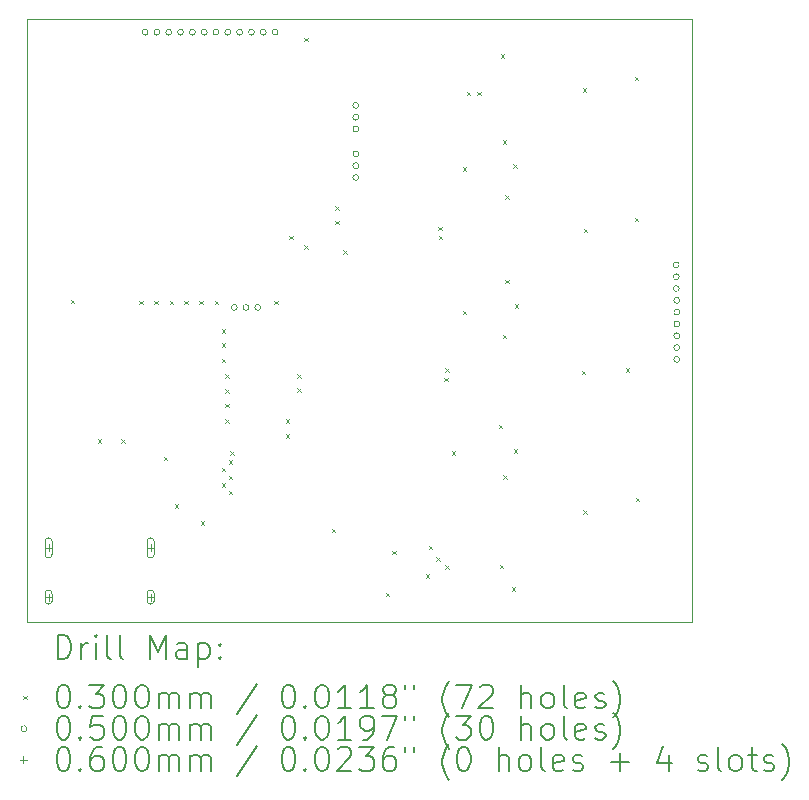
<source format=gbr>
%TF.GenerationSoftware,KiCad,Pcbnew,9.0.6*%
%TF.CreationDate,2025-12-28T18:53:21+01:00*%
%TF.ProjectId,scheme,73636865-6d65-42e6-9b69-6361645f7063,rev?*%
%TF.SameCoordinates,Original*%
%TF.FileFunction,Drillmap*%
%TF.FilePolarity,Positive*%
%FSLAX45Y45*%
G04 Gerber Fmt 4.5, Leading zero omitted, Abs format (unit mm)*
G04 Created by KiCad (PCBNEW 9.0.6) date 2025-12-28 18:53:21*
%MOMM*%
%LPD*%
G01*
G04 APERTURE LIST*
%ADD10C,0.050000*%
%ADD11C,0.200000*%
%ADD12C,0.100000*%
G04 APERTURE END LIST*
D10*
X18128000Y-10536000D02*
X23752000Y-10536000D01*
X23752000Y-15641000D01*
X18128000Y-15641000D01*
X18128000Y-10536000D01*
D11*
D12*
X18495000Y-12915000D02*
X18525000Y-12945000D01*
X18525000Y-12915000D02*
X18495000Y-12945000D01*
X18725000Y-14095000D02*
X18755000Y-14125000D01*
X18755000Y-14095000D02*
X18725000Y-14125000D01*
X18925000Y-14095000D02*
X18955000Y-14125000D01*
X18955000Y-14095000D02*
X18925000Y-14125000D01*
X19075000Y-12925000D02*
X19105000Y-12955000D01*
X19105000Y-12925000D02*
X19075000Y-12955000D01*
X19205000Y-12925000D02*
X19235000Y-12955000D01*
X19235000Y-12925000D02*
X19205000Y-12955000D01*
X19285000Y-14245000D02*
X19315000Y-14275000D01*
X19315000Y-14245000D02*
X19285000Y-14275000D01*
X19335000Y-12925000D02*
X19365000Y-12955000D01*
X19365000Y-12925000D02*
X19335000Y-12955000D01*
X19375000Y-14645000D02*
X19405000Y-14675000D01*
X19405000Y-14645000D02*
X19375000Y-14675000D01*
X19455000Y-12925000D02*
X19485000Y-12955000D01*
X19485000Y-12925000D02*
X19455000Y-12955000D01*
X19585000Y-12925000D02*
X19615000Y-12955000D01*
X19615000Y-12925000D02*
X19585000Y-12955000D01*
X19595000Y-14792500D02*
X19625000Y-14822500D01*
X19625000Y-14792500D02*
X19595000Y-14822500D01*
X19715000Y-12925000D02*
X19745000Y-12955000D01*
X19745000Y-12925000D02*
X19715000Y-12955000D01*
X19775000Y-13165000D02*
X19805000Y-13195000D01*
X19805000Y-13165000D02*
X19775000Y-13195000D01*
X19775000Y-13285000D02*
X19805000Y-13315000D01*
X19805000Y-13285000D02*
X19775000Y-13315000D01*
X19775000Y-13415000D02*
X19805000Y-13445000D01*
X19805000Y-13415000D02*
X19775000Y-13445000D01*
X19775000Y-14337500D02*
X19805000Y-14367500D01*
X19805000Y-14337500D02*
X19775000Y-14367500D01*
X19775000Y-14467500D02*
X19805000Y-14497500D01*
X19805000Y-14467500D02*
X19775000Y-14497500D01*
X19805000Y-13545000D02*
X19835000Y-13575000D01*
X19835000Y-13545000D02*
X19805000Y-13575000D01*
X19805000Y-13675000D02*
X19835000Y-13705000D01*
X19835000Y-13675000D02*
X19805000Y-13705000D01*
X19805000Y-13795000D02*
X19835000Y-13825000D01*
X19835000Y-13795000D02*
X19805000Y-13825000D01*
X19805000Y-13925000D02*
X19835000Y-13955000D01*
X19835000Y-13925000D02*
X19805000Y-13955000D01*
X19835000Y-14275000D02*
X19865000Y-14305000D01*
X19865000Y-14275000D02*
X19835000Y-14305000D01*
X19835000Y-14405000D02*
X19865000Y-14435000D01*
X19865000Y-14405000D02*
X19835000Y-14435000D01*
X19835301Y-14533577D02*
X19865301Y-14563577D01*
X19865301Y-14533577D02*
X19835301Y-14563577D01*
X19847165Y-14195930D02*
X19877165Y-14225930D01*
X19877165Y-14195930D02*
X19847165Y-14225930D01*
X20221000Y-12925000D02*
X20251000Y-12955000D01*
X20251000Y-12925000D02*
X20221000Y-12955000D01*
X20315000Y-13925000D02*
X20345000Y-13955000D01*
X20345000Y-13925000D02*
X20315000Y-13955000D01*
X20317000Y-14055000D02*
X20347000Y-14085000D01*
X20347000Y-14055000D02*
X20317000Y-14085000D01*
X20345000Y-12375000D02*
X20375000Y-12405000D01*
X20375000Y-12375000D02*
X20345000Y-12405000D01*
X20415000Y-13545000D02*
X20445000Y-13575000D01*
X20445000Y-13545000D02*
X20415000Y-13575000D01*
X20415000Y-13665000D02*
X20445000Y-13695000D01*
X20445000Y-13665000D02*
X20415000Y-13695000D01*
X20475000Y-12455000D02*
X20505000Y-12485000D01*
X20505000Y-12455000D02*
X20475000Y-12485000D01*
X20475000Y-10695000D02*
X20505000Y-10725000D01*
X20505000Y-10695000D02*
X20475000Y-10725000D01*
X20705000Y-14855000D02*
X20735000Y-14885000D01*
X20735000Y-14855000D02*
X20705000Y-14885000D01*
X20735000Y-12125000D02*
X20765000Y-12155000D01*
X20765000Y-12125000D02*
X20735000Y-12155000D01*
X20735000Y-12244500D02*
X20765000Y-12274500D01*
X20765000Y-12244500D02*
X20735000Y-12274500D01*
X20805000Y-12495000D02*
X20835000Y-12525000D01*
X20835000Y-12495000D02*
X20805000Y-12525000D01*
X21165000Y-15395000D02*
X21195000Y-15425000D01*
X21195000Y-15395000D02*
X21165000Y-15425000D01*
X21217500Y-15040000D02*
X21247500Y-15070000D01*
X21247500Y-15040000D02*
X21217500Y-15070000D01*
X21502000Y-15238500D02*
X21532000Y-15268500D01*
X21532000Y-15238500D02*
X21502000Y-15268500D01*
X21529000Y-14998000D02*
X21559000Y-15028000D01*
X21559000Y-14998000D02*
X21529000Y-15028000D01*
X21592500Y-15097000D02*
X21622500Y-15127000D01*
X21622500Y-15097000D02*
X21592500Y-15127000D01*
X21608000Y-12295000D02*
X21638000Y-12325000D01*
X21638000Y-12295000D02*
X21608000Y-12325000D01*
X21610757Y-12374953D02*
X21640757Y-12404953D01*
X21640757Y-12374953D02*
X21610757Y-12404953D01*
X21657500Y-13575000D02*
X21687500Y-13605000D01*
X21687500Y-13575000D02*
X21657500Y-13605000D01*
X21665000Y-13495000D02*
X21695000Y-13525000D01*
X21695000Y-13495000D02*
X21665000Y-13525000D01*
X21665000Y-15162500D02*
X21695000Y-15192500D01*
X21695000Y-15162500D02*
X21665000Y-15192500D01*
X21722049Y-14199098D02*
X21752049Y-14229098D01*
X21752049Y-14199098D02*
X21722049Y-14229098D01*
X21815000Y-11795000D02*
X21845000Y-11825000D01*
X21845000Y-11795000D02*
X21815000Y-11825000D01*
X21815000Y-13007500D02*
X21845000Y-13037500D01*
X21845000Y-13007500D02*
X21815000Y-13037500D01*
X21850000Y-11152500D02*
X21880000Y-11182500D01*
X21880000Y-11152500D02*
X21850000Y-11182500D01*
X21940000Y-11152500D02*
X21970000Y-11182500D01*
X21970000Y-11152500D02*
X21940000Y-11182500D01*
X22120000Y-13975000D02*
X22150000Y-14005000D01*
X22150000Y-13975000D02*
X22120000Y-14005000D01*
X22130000Y-15160000D02*
X22160000Y-15190000D01*
X22160000Y-15160000D02*
X22130000Y-15190000D01*
X22135000Y-10837500D02*
X22165000Y-10867500D01*
X22165000Y-10837500D02*
X22135000Y-10867500D01*
X22155000Y-11562500D02*
X22185000Y-11592500D01*
X22185000Y-11562500D02*
X22155000Y-11592500D01*
X22155000Y-13210000D02*
X22185000Y-13240000D01*
X22185000Y-13210000D02*
X22155000Y-13240000D01*
X22160000Y-14400000D02*
X22190000Y-14430000D01*
X22190000Y-14400000D02*
X22160000Y-14430000D01*
X22175000Y-12030000D02*
X22205000Y-12060000D01*
X22205000Y-12030000D02*
X22175000Y-12060000D01*
X22175000Y-12745000D02*
X22205000Y-12775000D01*
X22205000Y-12745000D02*
X22175000Y-12775000D01*
X22230000Y-15350000D02*
X22260000Y-15380000D01*
X22260000Y-15350000D02*
X22230000Y-15380000D01*
X22240444Y-11767944D02*
X22270444Y-11797944D01*
X22270444Y-11767944D02*
X22240444Y-11797944D01*
X22245000Y-14180000D02*
X22275000Y-14210000D01*
X22275000Y-14180000D02*
X22245000Y-14210000D01*
X22255000Y-12955000D02*
X22285000Y-12985000D01*
X22285000Y-12955000D02*
X22255000Y-12985000D01*
X22822500Y-13517500D02*
X22852500Y-13547500D01*
X22852500Y-13517500D02*
X22822500Y-13547500D01*
X22830000Y-11122500D02*
X22860000Y-11152500D01*
X22860000Y-11122500D02*
X22830000Y-11152500D01*
X22835000Y-14695000D02*
X22865000Y-14725000D01*
X22865000Y-14695000D02*
X22835000Y-14725000D01*
X22840000Y-12315000D02*
X22870000Y-12345000D01*
X22870000Y-12315000D02*
X22840000Y-12345000D01*
X23195000Y-13495000D02*
X23225000Y-13525000D01*
X23225000Y-13495000D02*
X23195000Y-13525000D01*
X23270000Y-11027500D02*
X23300000Y-11057500D01*
X23300000Y-11027500D02*
X23270000Y-11057500D01*
X23270000Y-12220000D02*
X23300000Y-12250000D01*
X23300000Y-12220000D02*
X23270000Y-12250000D01*
X23280000Y-14590000D02*
X23310000Y-14620000D01*
X23310000Y-14590000D02*
X23280000Y-14620000D01*
X19151000Y-10650000D02*
G75*
G02*
X19101000Y-10650000I-25000J0D01*
G01*
X19101000Y-10650000D02*
G75*
G02*
X19151000Y-10650000I25000J0D01*
G01*
X19251000Y-10650000D02*
G75*
G02*
X19201000Y-10650000I-25000J0D01*
G01*
X19201000Y-10650000D02*
G75*
G02*
X19251000Y-10650000I25000J0D01*
G01*
X19351000Y-10650000D02*
G75*
G02*
X19301000Y-10650000I-25000J0D01*
G01*
X19301000Y-10650000D02*
G75*
G02*
X19351000Y-10650000I25000J0D01*
G01*
X19451000Y-10650000D02*
G75*
G02*
X19401000Y-10650000I-25000J0D01*
G01*
X19401000Y-10650000D02*
G75*
G02*
X19451000Y-10650000I25000J0D01*
G01*
X19551000Y-10650000D02*
G75*
G02*
X19501000Y-10650000I-25000J0D01*
G01*
X19501000Y-10650000D02*
G75*
G02*
X19551000Y-10650000I25000J0D01*
G01*
X19651000Y-10650000D02*
G75*
G02*
X19601000Y-10650000I-25000J0D01*
G01*
X19601000Y-10650000D02*
G75*
G02*
X19651000Y-10650000I25000J0D01*
G01*
X19751000Y-10650000D02*
G75*
G02*
X19701000Y-10650000I-25000J0D01*
G01*
X19701000Y-10650000D02*
G75*
G02*
X19751000Y-10650000I25000J0D01*
G01*
X19851000Y-10650000D02*
G75*
G02*
X19801000Y-10650000I-25000J0D01*
G01*
X19801000Y-10650000D02*
G75*
G02*
X19851000Y-10650000I25000J0D01*
G01*
X19905000Y-12980000D02*
G75*
G02*
X19855000Y-12980000I-25000J0D01*
G01*
X19855000Y-12980000D02*
G75*
G02*
X19905000Y-12980000I25000J0D01*
G01*
X19951000Y-10650000D02*
G75*
G02*
X19901000Y-10650000I-25000J0D01*
G01*
X19901000Y-10650000D02*
G75*
G02*
X19951000Y-10650000I25000J0D01*
G01*
X20005000Y-12980000D02*
G75*
G02*
X19955000Y-12980000I-25000J0D01*
G01*
X19955000Y-12980000D02*
G75*
G02*
X20005000Y-12980000I25000J0D01*
G01*
X20051000Y-10650000D02*
G75*
G02*
X20001000Y-10650000I-25000J0D01*
G01*
X20001000Y-10650000D02*
G75*
G02*
X20051000Y-10650000I25000J0D01*
G01*
X20105000Y-12980000D02*
G75*
G02*
X20055000Y-12980000I-25000J0D01*
G01*
X20055000Y-12980000D02*
G75*
G02*
X20105000Y-12980000I25000J0D01*
G01*
X20151000Y-10650000D02*
G75*
G02*
X20101000Y-10650000I-25000J0D01*
G01*
X20101000Y-10650000D02*
G75*
G02*
X20151000Y-10650000I25000J0D01*
G01*
X20251000Y-10650000D02*
G75*
G02*
X20201000Y-10650000I-25000J0D01*
G01*
X20201000Y-10650000D02*
G75*
G02*
X20251000Y-10650000I25000J0D01*
G01*
X20935000Y-11270000D02*
G75*
G02*
X20885000Y-11270000I-25000J0D01*
G01*
X20885000Y-11270000D02*
G75*
G02*
X20935000Y-11270000I25000J0D01*
G01*
X20935000Y-11370000D02*
G75*
G02*
X20885000Y-11370000I-25000J0D01*
G01*
X20885000Y-11370000D02*
G75*
G02*
X20935000Y-11370000I25000J0D01*
G01*
X20935000Y-11470000D02*
G75*
G02*
X20885000Y-11470000I-25000J0D01*
G01*
X20885000Y-11470000D02*
G75*
G02*
X20935000Y-11470000I25000J0D01*
G01*
X20935000Y-11680000D02*
G75*
G02*
X20885000Y-11680000I-25000J0D01*
G01*
X20885000Y-11680000D02*
G75*
G02*
X20935000Y-11680000I25000J0D01*
G01*
X20935000Y-11780000D02*
G75*
G02*
X20885000Y-11780000I-25000J0D01*
G01*
X20885000Y-11780000D02*
G75*
G02*
X20935000Y-11780000I25000J0D01*
G01*
X20935000Y-11880000D02*
G75*
G02*
X20885000Y-11880000I-25000J0D01*
G01*
X20885000Y-11880000D02*
G75*
G02*
X20935000Y-11880000I25000J0D01*
G01*
X23647500Y-12620000D02*
G75*
G02*
X23597500Y-12620000I-25000J0D01*
G01*
X23597500Y-12620000D02*
G75*
G02*
X23647500Y-12620000I25000J0D01*
G01*
X23647500Y-12720000D02*
G75*
G02*
X23597500Y-12720000I-25000J0D01*
G01*
X23597500Y-12720000D02*
G75*
G02*
X23647500Y-12720000I25000J0D01*
G01*
X23647500Y-12820000D02*
G75*
G02*
X23597500Y-12820000I-25000J0D01*
G01*
X23597500Y-12820000D02*
G75*
G02*
X23647500Y-12820000I25000J0D01*
G01*
X23652500Y-12920000D02*
G75*
G02*
X23602500Y-12920000I-25000J0D01*
G01*
X23602500Y-12920000D02*
G75*
G02*
X23652500Y-12920000I25000J0D01*
G01*
X23652500Y-13020000D02*
G75*
G02*
X23602500Y-13020000I-25000J0D01*
G01*
X23602500Y-13020000D02*
G75*
G02*
X23652500Y-13020000I25000J0D01*
G01*
X23652500Y-13120000D02*
G75*
G02*
X23602500Y-13120000I-25000J0D01*
G01*
X23602500Y-13120000D02*
G75*
G02*
X23652500Y-13120000I25000J0D01*
G01*
X23652500Y-13220000D02*
G75*
G02*
X23602500Y-13220000I-25000J0D01*
G01*
X23602500Y-13220000D02*
G75*
G02*
X23652500Y-13220000I25000J0D01*
G01*
X23652500Y-13320000D02*
G75*
G02*
X23602500Y-13320000I-25000J0D01*
G01*
X23602500Y-13320000D02*
G75*
G02*
X23652500Y-13320000I25000J0D01*
G01*
X23652500Y-13420000D02*
G75*
G02*
X23602500Y-13420000I-25000J0D01*
G01*
X23602500Y-13420000D02*
G75*
G02*
X23652500Y-13420000I25000J0D01*
G01*
X18308000Y-14985500D02*
X18308000Y-15045500D01*
X18278000Y-15015500D02*
X18338000Y-15015500D01*
X18278000Y-14960500D02*
X18278000Y-15070500D01*
X18338000Y-15070500D02*
G75*
G02*
X18278000Y-15070500I-30000J0D01*
G01*
X18338000Y-15070500D02*
X18338000Y-14960500D01*
X18338000Y-14960500D02*
G75*
G03*
X18278000Y-14960500I-30000J0D01*
G01*
X18308000Y-15403500D02*
X18308000Y-15463500D01*
X18278000Y-15433500D02*
X18338000Y-15433500D01*
X18278000Y-15403500D02*
X18278000Y-15463500D01*
X18338000Y-15463500D02*
G75*
G02*
X18278000Y-15463500I-30000J0D01*
G01*
X18338000Y-15463500D02*
X18338000Y-15403500D01*
X18338000Y-15403500D02*
G75*
G03*
X18278000Y-15403500I-30000J0D01*
G01*
X19172000Y-14985500D02*
X19172000Y-15045500D01*
X19142000Y-15015500D02*
X19202000Y-15015500D01*
X19142000Y-14960500D02*
X19142000Y-15070500D01*
X19202000Y-15070500D02*
G75*
G02*
X19142000Y-15070500I-30000J0D01*
G01*
X19202000Y-15070500D02*
X19202000Y-14960500D01*
X19202000Y-14960500D02*
G75*
G03*
X19142000Y-14960500I-30000J0D01*
G01*
X19172000Y-15403500D02*
X19172000Y-15463500D01*
X19142000Y-15433500D02*
X19202000Y-15433500D01*
X19142000Y-15403500D02*
X19142000Y-15463500D01*
X19202000Y-15463500D02*
G75*
G02*
X19142000Y-15463500I-30000J0D01*
G01*
X19202000Y-15463500D02*
X19202000Y-15403500D01*
X19202000Y-15403500D02*
G75*
G03*
X19142000Y-15403500I-30000J0D01*
G01*
D11*
X18386277Y-15954984D02*
X18386277Y-15754984D01*
X18386277Y-15754984D02*
X18433896Y-15754984D01*
X18433896Y-15754984D02*
X18462467Y-15764508D01*
X18462467Y-15764508D02*
X18481515Y-15783555D01*
X18481515Y-15783555D02*
X18491039Y-15802603D01*
X18491039Y-15802603D02*
X18500563Y-15840698D01*
X18500563Y-15840698D02*
X18500563Y-15869269D01*
X18500563Y-15869269D02*
X18491039Y-15907365D01*
X18491039Y-15907365D02*
X18481515Y-15926412D01*
X18481515Y-15926412D02*
X18462467Y-15945460D01*
X18462467Y-15945460D02*
X18433896Y-15954984D01*
X18433896Y-15954984D02*
X18386277Y-15954984D01*
X18586277Y-15954984D02*
X18586277Y-15821650D01*
X18586277Y-15859746D02*
X18595801Y-15840698D01*
X18595801Y-15840698D02*
X18605324Y-15831174D01*
X18605324Y-15831174D02*
X18624372Y-15821650D01*
X18624372Y-15821650D02*
X18643420Y-15821650D01*
X18710086Y-15954984D02*
X18710086Y-15821650D01*
X18710086Y-15754984D02*
X18700563Y-15764508D01*
X18700563Y-15764508D02*
X18710086Y-15774031D01*
X18710086Y-15774031D02*
X18719610Y-15764508D01*
X18719610Y-15764508D02*
X18710086Y-15754984D01*
X18710086Y-15754984D02*
X18710086Y-15774031D01*
X18833896Y-15954984D02*
X18814848Y-15945460D01*
X18814848Y-15945460D02*
X18805324Y-15926412D01*
X18805324Y-15926412D02*
X18805324Y-15754984D01*
X18938658Y-15954984D02*
X18919610Y-15945460D01*
X18919610Y-15945460D02*
X18910086Y-15926412D01*
X18910086Y-15926412D02*
X18910086Y-15754984D01*
X19167229Y-15954984D02*
X19167229Y-15754984D01*
X19167229Y-15754984D02*
X19233896Y-15897841D01*
X19233896Y-15897841D02*
X19300563Y-15754984D01*
X19300563Y-15754984D02*
X19300563Y-15954984D01*
X19481515Y-15954984D02*
X19481515Y-15850222D01*
X19481515Y-15850222D02*
X19471991Y-15831174D01*
X19471991Y-15831174D02*
X19452944Y-15821650D01*
X19452944Y-15821650D02*
X19414848Y-15821650D01*
X19414848Y-15821650D02*
X19395801Y-15831174D01*
X19481515Y-15945460D02*
X19462467Y-15954984D01*
X19462467Y-15954984D02*
X19414848Y-15954984D01*
X19414848Y-15954984D02*
X19395801Y-15945460D01*
X19395801Y-15945460D02*
X19386277Y-15926412D01*
X19386277Y-15926412D02*
X19386277Y-15907365D01*
X19386277Y-15907365D02*
X19395801Y-15888317D01*
X19395801Y-15888317D02*
X19414848Y-15878793D01*
X19414848Y-15878793D02*
X19462467Y-15878793D01*
X19462467Y-15878793D02*
X19481515Y-15869269D01*
X19576753Y-15821650D02*
X19576753Y-16021650D01*
X19576753Y-15831174D02*
X19595801Y-15821650D01*
X19595801Y-15821650D02*
X19633896Y-15821650D01*
X19633896Y-15821650D02*
X19652944Y-15831174D01*
X19652944Y-15831174D02*
X19662467Y-15840698D01*
X19662467Y-15840698D02*
X19671991Y-15859746D01*
X19671991Y-15859746D02*
X19671991Y-15916888D01*
X19671991Y-15916888D02*
X19662467Y-15935936D01*
X19662467Y-15935936D02*
X19652944Y-15945460D01*
X19652944Y-15945460D02*
X19633896Y-15954984D01*
X19633896Y-15954984D02*
X19595801Y-15954984D01*
X19595801Y-15954984D02*
X19576753Y-15945460D01*
X19757705Y-15935936D02*
X19767229Y-15945460D01*
X19767229Y-15945460D02*
X19757705Y-15954984D01*
X19757705Y-15954984D02*
X19748182Y-15945460D01*
X19748182Y-15945460D02*
X19757705Y-15935936D01*
X19757705Y-15935936D02*
X19757705Y-15954984D01*
X19757705Y-15831174D02*
X19767229Y-15840698D01*
X19767229Y-15840698D02*
X19757705Y-15850222D01*
X19757705Y-15850222D02*
X19748182Y-15840698D01*
X19748182Y-15840698D02*
X19757705Y-15831174D01*
X19757705Y-15831174D02*
X19757705Y-15850222D01*
D12*
X18095500Y-16268500D02*
X18125500Y-16298500D01*
X18125500Y-16268500D02*
X18095500Y-16298500D01*
D11*
X18424372Y-16174984D02*
X18443420Y-16174984D01*
X18443420Y-16174984D02*
X18462467Y-16184508D01*
X18462467Y-16184508D02*
X18471991Y-16194031D01*
X18471991Y-16194031D02*
X18481515Y-16213079D01*
X18481515Y-16213079D02*
X18491039Y-16251174D01*
X18491039Y-16251174D02*
X18491039Y-16298793D01*
X18491039Y-16298793D02*
X18481515Y-16336888D01*
X18481515Y-16336888D02*
X18471991Y-16355936D01*
X18471991Y-16355936D02*
X18462467Y-16365460D01*
X18462467Y-16365460D02*
X18443420Y-16374984D01*
X18443420Y-16374984D02*
X18424372Y-16374984D01*
X18424372Y-16374984D02*
X18405324Y-16365460D01*
X18405324Y-16365460D02*
X18395801Y-16355936D01*
X18395801Y-16355936D02*
X18386277Y-16336888D01*
X18386277Y-16336888D02*
X18376753Y-16298793D01*
X18376753Y-16298793D02*
X18376753Y-16251174D01*
X18376753Y-16251174D02*
X18386277Y-16213079D01*
X18386277Y-16213079D02*
X18395801Y-16194031D01*
X18395801Y-16194031D02*
X18405324Y-16184508D01*
X18405324Y-16184508D02*
X18424372Y-16174984D01*
X18576753Y-16355936D02*
X18586277Y-16365460D01*
X18586277Y-16365460D02*
X18576753Y-16374984D01*
X18576753Y-16374984D02*
X18567229Y-16365460D01*
X18567229Y-16365460D02*
X18576753Y-16355936D01*
X18576753Y-16355936D02*
X18576753Y-16374984D01*
X18652944Y-16174984D02*
X18776753Y-16174984D01*
X18776753Y-16174984D02*
X18710086Y-16251174D01*
X18710086Y-16251174D02*
X18738658Y-16251174D01*
X18738658Y-16251174D02*
X18757705Y-16260698D01*
X18757705Y-16260698D02*
X18767229Y-16270222D01*
X18767229Y-16270222D02*
X18776753Y-16289269D01*
X18776753Y-16289269D02*
X18776753Y-16336888D01*
X18776753Y-16336888D02*
X18767229Y-16355936D01*
X18767229Y-16355936D02*
X18757705Y-16365460D01*
X18757705Y-16365460D02*
X18738658Y-16374984D01*
X18738658Y-16374984D02*
X18681515Y-16374984D01*
X18681515Y-16374984D02*
X18662467Y-16365460D01*
X18662467Y-16365460D02*
X18652944Y-16355936D01*
X18900563Y-16174984D02*
X18919610Y-16174984D01*
X18919610Y-16174984D02*
X18938658Y-16184508D01*
X18938658Y-16184508D02*
X18948182Y-16194031D01*
X18948182Y-16194031D02*
X18957705Y-16213079D01*
X18957705Y-16213079D02*
X18967229Y-16251174D01*
X18967229Y-16251174D02*
X18967229Y-16298793D01*
X18967229Y-16298793D02*
X18957705Y-16336888D01*
X18957705Y-16336888D02*
X18948182Y-16355936D01*
X18948182Y-16355936D02*
X18938658Y-16365460D01*
X18938658Y-16365460D02*
X18919610Y-16374984D01*
X18919610Y-16374984D02*
X18900563Y-16374984D01*
X18900563Y-16374984D02*
X18881515Y-16365460D01*
X18881515Y-16365460D02*
X18871991Y-16355936D01*
X18871991Y-16355936D02*
X18862467Y-16336888D01*
X18862467Y-16336888D02*
X18852944Y-16298793D01*
X18852944Y-16298793D02*
X18852944Y-16251174D01*
X18852944Y-16251174D02*
X18862467Y-16213079D01*
X18862467Y-16213079D02*
X18871991Y-16194031D01*
X18871991Y-16194031D02*
X18881515Y-16184508D01*
X18881515Y-16184508D02*
X18900563Y-16174984D01*
X19091039Y-16174984D02*
X19110086Y-16174984D01*
X19110086Y-16174984D02*
X19129134Y-16184508D01*
X19129134Y-16184508D02*
X19138658Y-16194031D01*
X19138658Y-16194031D02*
X19148182Y-16213079D01*
X19148182Y-16213079D02*
X19157705Y-16251174D01*
X19157705Y-16251174D02*
X19157705Y-16298793D01*
X19157705Y-16298793D02*
X19148182Y-16336888D01*
X19148182Y-16336888D02*
X19138658Y-16355936D01*
X19138658Y-16355936D02*
X19129134Y-16365460D01*
X19129134Y-16365460D02*
X19110086Y-16374984D01*
X19110086Y-16374984D02*
X19091039Y-16374984D01*
X19091039Y-16374984D02*
X19071991Y-16365460D01*
X19071991Y-16365460D02*
X19062467Y-16355936D01*
X19062467Y-16355936D02*
X19052944Y-16336888D01*
X19052944Y-16336888D02*
X19043420Y-16298793D01*
X19043420Y-16298793D02*
X19043420Y-16251174D01*
X19043420Y-16251174D02*
X19052944Y-16213079D01*
X19052944Y-16213079D02*
X19062467Y-16194031D01*
X19062467Y-16194031D02*
X19071991Y-16184508D01*
X19071991Y-16184508D02*
X19091039Y-16174984D01*
X19243420Y-16374984D02*
X19243420Y-16241650D01*
X19243420Y-16260698D02*
X19252944Y-16251174D01*
X19252944Y-16251174D02*
X19271991Y-16241650D01*
X19271991Y-16241650D02*
X19300563Y-16241650D01*
X19300563Y-16241650D02*
X19319610Y-16251174D01*
X19319610Y-16251174D02*
X19329134Y-16270222D01*
X19329134Y-16270222D02*
X19329134Y-16374984D01*
X19329134Y-16270222D02*
X19338658Y-16251174D01*
X19338658Y-16251174D02*
X19357705Y-16241650D01*
X19357705Y-16241650D02*
X19386277Y-16241650D01*
X19386277Y-16241650D02*
X19405325Y-16251174D01*
X19405325Y-16251174D02*
X19414848Y-16270222D01*
X19414848Y-16270222D02*
X19414848Y-16374984D01*
X19510086Y-16374984D02*
X19510086Y-16241650D01*
X19510086Y-16260698D02*
X19519610Y-16251174D01*
X19519610Y-16251174D02*
X19538658Y-16241650D01*
X19538658Y-16241650D02*
X19567229Y-16241650D01*
X19567229Y-16241650D02*
X19586277Y-16251174D01*
X19586277Y-16251174D02*
X19595801Y-16270222D01*
X19595801Y-16270222D02*
X19595801Y-16374984D01*
X19595801Y-16270222D02*
X19605325Y-16251174D01*
X19605325Y-16251174D02*
X19624372Y-16241650D01*
X19624372Y-16241650D02*
X19652944Y-16241650D01*
X19652944Y-16241650D02*
X19671991Y-16251174D01*
X19671991Y-16251174D02*
X19681515Y-16270222D01*
X19681515Y-16270222D02*
X19681515Y-16374984D01*
X20071991Y-16165460D02*
X19900563Y-16422603D01*
X20329134Y-16174984D02*
X20348182Y-16174984D01*
X20348182Y-16174984D02*
X20367229Y-16184508D01*
X20367229Y-16184508D02*
X20376753Y-16194031D01*
X20376753Y-16194031D02*
X20386277Y-16213079D01*
X20386277Y-16213079D02*
X20395801Y-16251174D01*
X20395801Y-16251174D02*
X20395801Y-16298793D01*
X20395801Y-16298793D02*
X20386277Y-16336888D01*
X20386277Y-16336888D02*
X20376753Y-16355936D01*
X20376753Y-16355936D02*
X20367229Y-16365460D01*
X20367229Y-16365460D02*
X20348182Y-16374984D01*
X20348182Y-16374984D02*
X20329134Y-16374984D01*
X20329134Y-16374984D02*
X20310087Y-16365460D01*
X20310087Y-16365460D02*
X20300563Y-16355936D01*
X20300563Y-16355936D02*
X20291039Y-16336888D01*
X20291039Y-16336888D02*
X20281515Y-16298793D01*
X20281515Y-16298793D02*
X20281515Y-16251174D01*
X20281515Y-16251174D02*
X20291039Y-16213079D01*
X20291039Y-16213079D02*
X20300563Y-16194031D01*
X20300563Y-16194031D02*
X20310087Y-16184508D01*
X20310087Y-16184508D02*
X20329134Y-16174984D01*
X20481515Y-16355936D02*
X20491039Y-16365460D01*
X20491039Y-16365460D02*
X20481515Y-16374984D01*
X20481515Y-16374984D02*
X20471991Y-16365460D01*
X20471991Y-16365460D02*
X20481515Y-16355936D01*
X20481515Y-16355936D02*
X20481515Y-16374984D01*
X20614848Y-16174984D02*
X20633896Y-16174984D01*
X20633896Y-16174984D02*
X20652944Y-16184508D01*
X20652944Y-16184508D02*
X20662468Y-16194031D01*
X20662468Y-16194031D02*
X20671991Y-16213079D01*
X20671991Y-16213079D02*
X20681515Y-16251174D01*
X20681515Y-16251174D02*
X20681515Y-16298793D01*
X20681515Y-16298793D02*
X20671991Y-16336888D01*
X20671991Y-16336888D02*
X20662468Y-16355936D01*
X20662468Y-16355936D02*
X20652944Y-16365460D01*
X20652944Y-16365460D02*
X20633896Y-16374984D01*
X20633896Y-16374984D02*
X20614848Y-16374984D01*
X20614848Y-16374984D02*
X20595801Y-16365460D01*
X20595801Y-16365460D02*
X20586277Y-16355936D01*
X20586277Y-16355936D02*
X20576753Y-16336888D01*
X20576753Y-16336888D02*
X20567229Y-16298793D01*
X20567229Y-16298793D02*
X20567229Y-16251174D01*
X20567229Y-16251174D02*
X20576753Y-16213079D01*
X20576753Y-16213079D02*
X20586277Y-16194031D01*
X20586277Y-16194031D02*
X20595801Y-16184508D01*
X20595801Y-16184508D02*
X20614848Y-16174984D01*
X20871991Y-16374984D02*
X20757706Y-16374984D01*
X20814848Y-16374984D02*
X20814848Y-16174984D01*
X20814848Y-16174984D02*
X20795801Y-16203555D01*
X20795801Y-16203555D02*
X20776753Y-16222603D01*
X20776753Y-16222603D02*
X20757706Y-16232127D01*
X21062468Y-16374984D02*
X20948182Y-16374984D01*
X21005325Y-16374984D02*
X21005325Y-16174984D01*
X21005325Y-16174984D02*
X20986277Y-16203555D01*
X20986277Y-16203555D02*
X20967229Y-16222603D01*
X20967229Y-16222603D02*
X20948182Y-16232127D01*
X21176753Y-16260698D02*
X21157706Y-16251174D01*
X21157706Y-16251174D02*
X21148182Y-16241650D01*
X21148182Y-16241650D02*
X21138658Y-16222603D01*
X21138658Y-16222603D02*
X21138658Y-16213079D01*
X21138658Y-16213079D02*
X21148182Y-16194031D01*
X21148182Y-16194031D02*
X21157706Y-16184508D01*
X21157706Y-16184508D02*
X21176753Y-16174984D01*
X21176753Y-16174984D02*
X21214849Y-16174984D01*
X21214849Y-16174984D02*
X21233896Y-16184508D01*
X21233896Y-16184508D02*
X21243420Y-16194031D01*
X21243420Y-16194031D02*
X21252944Y-16213079D01*
X21252944Y-16213079D02*
X21252944Y-16222603D01*
X21252944Y-16222603D02*
X21243420Y-16241650D01*
X21243420Y-16241650D02*
X21233896Y-16251174D01*
X21233896Y-16251174D02*
X21214849Y-16260698D01*
X21214849Y-16260698D02*
X21176753Y-16260698D01*
X21176753Y-16260698D02*
X21157706Y-16270222D01*
X21157706Y-16270222D02*
X21148182Y-16279746D01*
X21148182Y-16279746D02*
X21138658Y-16298793D01*
X21138658Y-16298793D02*
X21138658Y-16336888D01*
X21138658Y-16336888D02*
X21148182Y-16355936D01*
X21148182Y-16355936D02*
X21157706Y-16365460D01*
X21157706Y-16365460D02*
X21176753Y-16374984D01*
X21176753Y-16374984D02*
X21214849Y-16374984D01*
X21214849Y-16374984D02*
X21233896Y-16365460D01*
X21233896Y-16365460D02*
X21243420Y-16355936D01*
X21243420Y-16355936D02*
X21252944Y-16336888D01*
X21252944Y-16336888D02*
X21252944Y-16298793D01*
X21252944Y-16298793D02*
X21243420Y-16279746D01*
X21243420Y-16279746D02*
X21233896Y-16270222D01*
X21233896Y-16270222D02*
X21214849Y-16260698D01*
X21329134Y-16174984D02*
X21329134Y-16213079D01*
X21405325Y-16174984D02*
X21405325Y-16213079D01*
X21700563Y-16451174D02*
X21691039Y-16441650D01*
X21691039Y-16441650D02*
X21671991Y-16413079D01*
X21671991Y-16413079D02*
X21662468Y-16394031D01*
X21662468Y-16394031D02*
X21652944Y-16365460D01*
X21652944Y-16365460D02*
X21643420Y-16317841D01*
X21643420Y-16317841D02*
X21643420Y-16279746D01*
X21643420Y-16279746D02*
X21652944Y-16232127D01*
X21652944Y-16232127D02*
X21662468Y-16203555D01*
X21662468Y-16203555D02*
X21671991Y-16184508D01*
X21671991Y-16184508D02*
X21691039Y-16155936D01*
X21691039Y-16155936D02*
X21700563Y-16146412D01*
X21757706Y-16174984D02*
X21891039Y-16174984D01*
X21891039Y-16174984D02*
X21805325Y-16374984D01*
X21957706Y-16194031D02*
X21967230Y-16184508D01*
X21967230Y-16184508D02*
X21986277Y-16174984D01*
X21986277Y-16174984D02*
X22033896Y-16174984D01*
X22033896Y-16174984D02*
X22052944Y-16184508D01*
X22052944Y-16184508D02*
X22062468Y-16194031D01*
X22062468Y-16194031D02*
X22071991Y-16213079D01*
X22071991Y-16213079D02*
X22071991Y-16232127D01*
X22071991Y-16232127D02*
X22062468Y-16260698D01*
X22062468Y-16260698D02*
X21948182Y-16374984D01*
X21948182Y-16374984D02*
X22071991Y-16374984D01*
X22310087Y-16374984D02*
X22310087Y-16174984D01*
X22395801Y-16374984D02*
X22395801Y-16270222D01*
X22395801Y-16270222D02*
X22386277Y-16251174D01*
X22386277Y-16251174D02*
X22367230Y-16241650D01*
X22367230Y-16241650D02*
X22338658Y-16241650D01*
X22338658Y-16241650D02*
X22319611Y-16251174D01*
X22319611Y-16251174D02*
X22310087Y-16260698D01*
X22519610Y-16374984D02*
X22500563Y-16365460D01*
X22500563Y-16365460D02*
X22491039Y-16355936D01*
X22491039Y-16355936D02*
X22481515Y-16336888D01*
X22481515Y-16336888D02*
X22481515Y-16279746D01*
X22481515Y-16279746D02*
X22491039Y-16260698D01*
X22491039Y-16260698D02*
X22500563Y-16251174D01*
X22500563Y-16251174D02*
X22519610Y-16241650D01*
X22519610Y-16241650D02*
X22548182Y-16241650D01*
X22548182Y-16241650D02*
X22567230Y-16251174D01*
X22567230Y-16251174D02*
X22576753Y-16260698D01*
X22576753Y-16260698D02*
X22586277Y-16279746D01*
X22586277Y-16279746D02*
X22586277Y-16336888D01*
X22586277Y-16336888D02*
X22576753Y-16355936D01*
X22576753Y-16355936D02*
X22567230Y-16365460D01*
X22567230Y-16365460D02*
X22548182Y-16374984D01*
X22548182Y-16374984D02*
X22519610Y-16374984D01*
X22700563Y-16374984D02*
X22681515Y-16365460D01*
X22681515Y-16365460D02*
X22671991Y-16346412D01*
X22671991Y-16346412D02*
X22671991Y-16174984D01*
X22852944Y-16365460D02*
X22833896Y-16374984D01*
X22833896Y-16374984D02*
X22795801Y-16374984D01*
X22795801Y-16374984D02*
X22776753Y-16365460D01*
X22776753Y-16365460D02*
X22767230Y-16346412D01*
X22767230Y-16346412D02*
X22767230Y-16270222D01*
X22767230Y-16270222D02*
X22776753Y-16251174D01*
X22776753Y-16251174D02*
X22795801Y-16241650D01*
X22795801Y-16241650D02*
X22833896Y-16241650D01*
X22833896Y-16241650D02*
X22852944Y-16251174D01*
X22852944Y-16251174D02*
X22862468Y-16270222D01*
X22862468Y-16270222D02*
X22862468Y-16289269D01*
X22862468Y-16289269D02*
X22767230Y-16308317D01*
X22938658Y-16365460D02*
X22957706Y-16374984D01*
X22957706Y-16374984D02*
X22995801Y-16374984D01*
X22995801Y-16374984D02*
X23014849Y-16365460D01*
X23014849Y-16365460D02*
X23024372Y-16346412D01*
X23024372Y-16346412D02*
X23024372Y-16336888D01*
X23024372Y-16336888D02*
X23014849Y-16317841D01*
X23014849Y-16317841D02*
X22995801Y-16308317D01*
X22995801Y-16308317D02*
X22967230Y-16308317D01*
X22967230Y-16308317D02*
X22948182Y-16298793D01*
X22948182Y-16298793D02*
X22938658Y-16279746D01*
X22938658Y-16279746D02*
X22938658Y-16270222D01*
X22938658Y-16270222D02*
X22948182Y-16251174D01*
X22948182Y-16251174D02*
X22967230Y-16241650D01*
X22967230Y-16241650D02*
X22995801Y-16241650D01*
X22995801Y-16241650D02*
X23014849Y-16251174D01*
X23091039Y-16451174D02*
X23100563Y-16441650D01*
X23100563Y-16441650D02*
X23119611Y-16413079D01*
X23119611Y-16413079D02*
X23129134Y-16394031D01*
X23129134Y-16394031D02*
X23138658Y-16365460D01*
X23138658Y-16365460D02*
X23148182Y-16317841D01*
X23148182Y-16317841D02*
X23148182Y-16279746D01*
X23148182Y-16279746D02*
X23138658Y-16232127D01*
X23138658Y-16232127D02*
X23129134Y-16203555D01*
X23129134Y-16203555D02*
X23119611Y-16184508D01*
X23119611Y-16184508D02*
X23100563Y-16155936D01*
X23100563Y-16155936D02*
X23091039Y-16146412D01*
D12*
X18125500Y-16547500D02*
G75*
G02*
X18075500Y-16547500I-25000J0D01*
G01*
X18075500Y-16547500D02*
G75*
G02*
X18125500Y-16547500I25000J0D01*
G01*
D11*
X18424372Y-16438984D02*
X18443420Y-16438984D01*
X18443420Y-16438984D02*
X18462467Y-16448508D01*
X18462467Y-16448508D02*
X18471991Y-16458031D01*
X18471991Y-16458031D02*
X18481515Y-16477079D01*
X18481515Y-16477079D02*
X18491039Y-16515174D01*
X18491039Y-16515174D02*
X18491039Y-16562793D01*
X18491039Y-16562793D02*
X18481515Y-16600888D01*
X18481515Y-16600888D02*
X18471991Y-16619936D01*
X18471991Y-16619936D02*
X18462467Y-16629460D01*
X18462467Y-16629460D02*
X18443420Y-16638984D01*
X18443420Y-16638984D02*
X18424372Y-16638984D01*
X18424372Y-16638984D02*
X18405324Y-16629460D01*
X18405324Y-16629460D02*
X18395801Y-16619936D01*
X18395801Y-16619936D02*
X18386277Y-16600888D01*
X18386277Y-16600888D02*
X18376753Y-16562793D01*
X18376753Y-16562793D02*
X18376753Y-16515174D01*
X18376753Y-16515174D02*
X18386277Y-16477079D01*
X18386277Y-16477079D02*
X18395801Y-16458031D01*
X18395801Y-16458031D02*
X18405324Y-16448508D01*
X18405324Y-16448508D02*
X18424372Y-16438984D01*
X18576753Y-16619936D02*
X18586277Y-16629460D01*
X18586277Y-16629460D02*
X18576753Y-16638984D01*
X18576753Y-16638984D02*
X18567229Y-16629460D01*
X18567229Y-16629460D02*
X18576753Y-16619936D01*
X18576753Y-16619936D02*
X18576753Y-16638984D01*
X18767229Y-16438984D02*
X18671991Y-16438984D01*
X18671991Y-16438984D02*
X18662467Y-16534222D01*
X18662467Y-16534222D02*
X18671991Y-16524698D01*
X18671991Y-16524698D02*
X18691039Y-16515174D01*
X18691039Y-16515174D02*
X18738658Y-16515174D01*
X18738658Y-16515174D02*
X18757705Y-16524698D01*
X18757705Y-16524698D02*
X18767229Y-16534222D01*
X18767229Y-16534222D02*
X18776753Y-16553269D01*
X18776753Y-16553269D02*
X18776753Y-16600888D01*
X18776753Y-16600888D02*
X18767229Y-16619936D01*
X18767229Y-16619936D02*
X18757705Y-16629460D01*
X18757705Y-16629460D02*
X18738658Y-16638984D01*
X18738658Y-16638984D02*
X18691039Y-16638984D01*
X18691039Y-16638984D02*
X18671991Y-16629460D01*
X18671991Y-16629460D02*
X18662467Y-16619936D01*
X18900563Y-16438984D02*
X18919610Y-16438984D01*
X18919610Y-16438984D02*
X18938658Y-16448508D01*
X18938658Y-16448508D02*
X18948182Y-16458031D01*
X18948182Y-16458031D02*
X18957705Y-16477079D01*
X18957705Y-16477079D02*
X18967229Y-16515174D01*
X18967229Y-16515174D02*
X18967229Y-16562793D01*
X18967229Y-16562793D02*
X18957705Y-16600888D01*
X18957705Y-16600888D02*
X18948182Y-16619936D01*
X18948182Y-16619936D02*
X18938658Y-16629460D01*
X18938658Y-16629460D02*
X18919610Y-16638984D01*
X18919610Y-16638984D02*
X18900563Y-16638984D01*
X18900563Y-16638984D02*
X18881515Y-16629460D01*
X18881515Y-16629460D02*
X18871991Y-16619936D01*
X18871991Y-16619936D02*
X18862467Y-16600888D01*
X18862467Y-16600888D02*
X18852944Y-16562793D01*
X18852944Y-16562793D02*
X18852944Y-16515174D01*
X18852944Y-16515174D02*
X18862467Y-16477079D01*
X18862467Y-16477079D02*
X18871991Y-16458031D01*
X18871991Y-16458031D02*
X18881515Y-16448508D01*
X18881515Y-16448508D02*
X18900563Y-16438984D01*
X19091039Y-16438984D02*
X19110086Y-16438984D01*
X19110086Y-16438984D02*
X19129134Y-16448508D01*
X19129134Y-16448508D02*
X19138658Y-16458031D01*
X19138658Y-16458031D02*
X19148182Y-16477079D01*
X19148182Y-16477079D02*
X19157705Y-16515174D01*
X19157705Y-16515174D02*
X19157705Y-16562793D01*
X19157705Y-16562793D02*
X19148182Y-16600888D01*
X19148182Y-16600888D02*
X19138658Y-16619936D01*
X19138658Y-16619936D02*
X19129134Y-16629460D01*
X19129134Y-16629460D02*
X19110086Y-16638984D01*
X19110086Y-16638984D02*
X19091039Y-16638984D01*
X19091039Y-16638984D02*
X19071991Y-16629460D01*
X19071991Y-16629460D02*
X19062467Y-16619936D01*
X19062467Y-16619936D02*
X19052944Y-16600888D01*
X19052944Y-16600888D02*
X19043420Y-16562793D01*
X19043420Y-16562793D02*
X19043420Y-16515174D01*
X19043420Y-16515174D02*
X19052944Y-16477079D01*
X19052944Y-16477079D02*
X19062467Y-16458031D01*
X19062467Y-16458031D02*
X19071991Y-16448508D01*
X19071991Y-16448508D02*
X19091039Y-16438984D01*
X19243420Y-16638984D02*
X19243420Y-16505650D01*
X19243420Y-16524698D02*
X19252944Y-16515174D01*
X19252944Y-16515174D02*
X19271991Y-16505650D01*
X19271991Y-16505650D02*
X19300563Y-16505650D01*
X19300563Y-16505650D02*
X19319610Y-16515174D01*
X19319610Y-16515174D02*
X19329134Y-16534222D01*
X19329134Y-16534222D02*
X19329134Y-16638984D01*
X19329134Y-16534222D02*
X19338658Y-16515174D01*
X19338658Y-16515174D02*
X19357705Y-16505650D01*
X19357705Y-16505650D02*
X19386277Y-16505650D01*
X19386277Y-16505650D02*
X19405325Y-16515174D01*
X19405325Y-16515174D02*
X19414848Y-16534222D01*
X19414848Y-16534222D02*
X19414848Y-16638984D01*
X19510086Y-16638984D02*
X19510086Y-16505650D01*
X19510086Y-16524698D02*
X19519610Y-16515174D01*
X19519610Y-16515174D02*
X19538658Y-16505650D01*
X19538658Y-16505650D02*
X19567229Y-16505650D01*
X19567229Y-16505650D02*
X19586277Y-16515174D01*
X19586277Y-16515174D02*
X19595801Y-16534222D01*
X19595801Y-16534222D02*
X19595801Y-16638984D01*
X19595801Y-16534222D02*
X19605325Y-16515174D01*
X19605325Y-16515174D02*
X19624372Y-16505650D01*
X19624372Y-16505650D02*
X19652944Y-16505650D01*
X19652944Y-16505650D02*
X19671991Y-16515174D01*
X19671991Y-16515174D02*
X19681515Y-16534222D01*
X19681515Y-16534222D02*
X19681515Y-16638984D01*
X20071991Y-16429460D02*
X19900563Y-16686603D01*
X20329134Y-16438984D02*
X20348182Y-16438984D01*
X20348182Y-16438984D02*
X20367229Y-16448508D01*
X20367229Y-16448508D02*
X20376753Y-16458031D01*
X20376753Y-16458031D02*
X20386277Y-16477079D01*
X20386277Y-16477079D02*
X20395801Y-16515174D01*
X20395801Y-16515174D02*
X20395801Y-16562793D01*
X20395801Y-16562793D02*
X20386277Y-16600888D01*
X20386277Y-16600888D02*
X20376753Y-16619936D01*
X20376753Y-16619936D02*
X20367229Y-16629460D01*
X20367229Y-16629460D02*
X20348182Y-16638984D01*
X20348182Y-16638984D02*
X20329134Y-16638984D01*
X20329134Y-16638984D02*
X20310087Y-16629460D01*
X20310087Y-16629460D02*
X20300563Y-16619936D01*
X20300563Y-16619936D02*
X20291039Y-16600888D01*
X20291039Y-16600888D02*
X20281515Y-16562793D01*
X20281515Y-16562793D02*
X20281515Y-16515174D01*
X20281515Y-16515174D02*
X20291039Y-16477079D01*
X20291039Y-16477079D02*
X20300563Y-16458031D01*
X20300563Y-16458031D02*
X20310087Y-16448508D01*
X20310087Y-16448508D02*
X20329134Y-16438984D01*
X20481515Y-16619936D02*
X20491039Y-16629460D01*
X20491039Y-16629460D02*
X20481515Y-16638984D01*
X20481515Y-16638984D02*
X20471991Y-16629460D01*
X20471991Y-16629460D02*
X20481515Y-16619936D01*
X20481515Y-16619936D02*
X20481515Y-16638984D01*
X20614848Y-16438984D02*
X20633896Y-16438984D01*
X20633896Y-16438984D02*
X20652944Y-16448508D01*
X20652944Y-16448508D02*
X20662468Y-16458031D01*
X20662468Y-16458031D02*
X20671991Y-16477079D01*
X20671991Y-16477079D02*
X20681515Y-16515174D01*
X20681515Y-16515174D02*
X20681515Y-16562793D01*
X20681515Y-16562793D02*
X20671991Y-16600888D01*
X20671991Y-16600888D02*
X20662468Y-16619936D01*
X20662468Y-16619936D02*
X20652944Y-16629460D01*
X20652944Y-16629460D02*
X20633896Y-16638984D01*
X20633896Y-16638984D02*
X20614848Y-16638984D01*
X20614848Y-16638984D02*
X20595801Y-16629460D01*
X20595801Y-16629460D02*
X20586277Y-16619936D01*
X20586277Y-16619936D02*
X20576753Y-16600888D01*
X20576753Y-16600888D02*
X20567229Y-16562793D01*
X20567229Y-16562793D02*
X20567229Y-16515174D01*
X20567229Y-16515174D02*
X20576753Y-16477079D01*
X20576753Y-16477079D02*
X20586277Y-16458031D01*
X20586277Y-16458031D02*
X20595801Y-16448508D01*
X20595801Y-16448508D02*
X20614848Y-16438984D01*
X20871991Y-16638984D02*
X20757706Y-16638984D01*
X20814848Y-16638984D02*
X20814848Y-16438984D01*
X20814848Y-16438984D02*
X20795801Y-16467555D01*
X20795801Y-16467555D02*
X20776753Y-16486603D01*
X20776753Y-16486603D02*
X20757706Y-16496127D01*
X20967229Y-16638984D02*
X21005325Y-16638984D01*
X21005325Y-16638984D02*
X21024372Y-16629460D01*
X21024372Y-16629460D02*
X21033896Y-16619936D01*
X21033896Y-16619936D02*
X21052944Y-16591365D01*
X21052944Y-16591365D02*
X21062468Y-16553269D01*
X21062468Y-16553269D02*
X21062468Y-16477079D01*
X21062468Y-16477079D02*
X21052944Y-16458031D01*
X21052944Y-16458031D02*
X21043420Y-16448508D01*
X21043420Y-16448508D02*
X21024372Y-16438984D01*
X21024372Y-16438984D02*
X20986277Y-16438984D01*
X20986277Y-16438984D02*
X20967229Y-16448508D01*
X20967229Y-16448508D02*
X20957706Y-16458031D01*
X20957706Y-16458031D02*
X20948182Y-16477079D01*
X20948182Y-16477079D02*
X20948182Y-16524698D01*
X20948182Y-16524698D02*
X20957706Y-16543746D01*
X20957706Y-16543746D02*
X20967229Y-16553269D01*
X20967229Y-16553269D02*
X20986277Y-16562793D01*
X20986277Y-16562793D02*
X21024372Y-16562793D01*
X21024372Y-16562793D02*
X21043420Y-16553269D01*
X21043420Y-16553269D02*
X21052944Y-16543746D01*
X21052944Y-16543746D02*
X21062468Y-16524698D01*
X21129134Y-16438984D02*
X21262468Y-16438984D01*
X21262468Y-16438984D02*
X21176753Y-16638984D01*
X21329134Y-16438984D02*
X21329134Y-16477079D01*
X21405325Y-16438984D02*
X21405325Y-16477079D01*
X21700563Y-16715174D02*
X21691039Y-16705650D01*
X21691039Y-16705650D02*
X21671991Y-16677079D01*
X21671991Y-16677079D02*
X21662468Y-16658031D01*
X21662468Y-16658031D02*
X21652944Y-16629460D01*
X21652944Y-16629460D02*
X21643420Y-16581841D01*
X21643420Y-16581841D02*
X21643420Y-16543746D01*
X21643420Y-16543746D02*
X21652944Y-16496127D01*
X21652944Y-16496127D02*
X21662468Y-16467555D01*
X21662468Y-16467555D02*
X21671991Y-16448508D01*
X21671991Y-16448508D02*
X21691039Y-16419936D01*
X21691039Y-16419936D02*
X21700563Y-16410412D01*
X21757706Y-16438984D02*
X21881515Y-16438984D01*
X21881515Y-16438984D02*
X21814849Y-16515174D01*
X21814849Y-16515174D02*
X21843420Y-16515174D01*
X21843420Y-16515174D02*
X21862468Y-16524698D01*
X21862468Y-16524698D02*
X21871991Y-16534222D01*
X21871991Y-16534222D02*
X21881515Y-16553269D01*
X21881515Y-16553269D02*
X21881515Y-16600888D01*
X21881515Y-16600888D02*
X21871991Y-16619936D01*
X21871991Y-16619936D02*
X21862468Y-16629460D01*
X21862468Y-16629460D02*
X21843420Y-16638984D01*
X21843420Y-16638984D02*
X21786277Y-16638984D01*
X21786277Y-16638984D02*
X21767230Y-16629460D01*
X21767230Y-16629460D02*
X21757706Y-16619936D01*
X22005325Y-16438984D02*
X22024372Y-16438984D01*
X22024372Y-16438984D02*
X22043420Y-16448508D01*
X22043420Y-16448508D02*
X22052944Y-16458031D01*
X22052944Y-16458031D02*
X22062468Y-16477079D01*
X22062468Y-16477079D02*
X22071991Y-16515174D01*
X22071991Y-16515174D02*
X22071991Y-16562793D01*
X22071991Y-16562793D02*
X22062468Y-16600888D01*
X22062468Y-16600888D02*
X22052944Y-16619936D01*
X22052944Y-16619936D02*
X22043420Y-16629460D01*
X22043420Y-16629460D02*
X22024372Y-16638984D01*
X22024372Y-16638984D02*
X22005325Y-16638984D01*
X22005325Y-16638984D02*
X21986277Y-16629460D01*
X21986277Y-16629460D02*
X21976753Y-16619936D01*
X21976753Y-16619936D02*
X21967230Y-16600888D01*
X21967230Y-16600888D02*
X21957706Y-16562793D01*
X21957706Y-16562793D02*
X21957706Y-16515174D01*
X21957706Y-16515174D02*
X21967230Y-16477079D01*
X21967230Y-16477079D02*
X21976753Y-16458031D01*
X21976753Y-16458031D02*
X21986277Y-16448508D01*
X21986277Y-16448508D02*
X22005325Y-16438984D01*
X22310087Y-16638984D02*
X22310087Y-16438984D01*
X22395801Y-16638984D02*
X22395801Y-16534222D01*
X22395801Y-16534222D02*
X22386277Y-16515174D01*
X22386277Y-16515174D02*
X22367230Y-16505650D01*
X22367230Y-16505650D02*
X22338658Y-16505650D01*
X22338658Y-16505650D02*
X22319611Y-16515174D01*
X22319611Y-16515174D02*
X22310087Y-16524698D01*
X22519610Y-16638984D02*
X22500563Y-16629460D01*
X22500563Y-16629460D02*
X22491039Y-16619936D01*
X22491039Y-16619936D02*
X22481515Y-16600888D01*
X22481515Y-16600888D02*
X22481515Y-16543746D01*
X22481515Y-16543746D02*
X22491039Y-16524698D01*
X22491039Y-16524698D02*
X22500563Y-16515174D01*
X22500563Y-16515174D02*
X22519610Y-16505650D01*
X22519610Y-16505650D02*
X22548182Y-16505650D01*
X22548182Y-16505650D02*
X22567230Y-16515174D01*
X22567230Y-16515174D02*
X22576753Y-16524698D01*
X22576753Y-16524698D02*
X22586277Y-16543746D01*
X22586277Y-16543746D02*
X22586277Y-16600888D01*
X22586277Y-16600888D02*
X22576753Y-16619936D01*
X22576753Y-16619936D02*
X22567230Y-16629460D01*
X22567230Y-16629460D02*
X22548182Y-16638984D01*
X22548182Y-16638984D02*
X22519610Y-16638984D01*
X22700563Y-16638984D02*
X22681515Y-16629460D01*
X22681515Y-16629460D02*
X22671991Y-16610412D01*
X22671991Y-16610412D02*
X22671991Y-16438984D01*
X22852944Y-16629460D02*
X22833896Y-16638984D01*
X22833896Y-16638984D02*
X22795801Y-16638984D01*
X22795801Y-16638984D02*
X22776753Y-16629460D01*
X22776753Y-16629460D02*
X22767230Y-16610412D01*
X22767230Y-16610412D02*
X22767230Y-16534222D01*
X22767230Y-16534222D02*
X22776753Y-16515174D01*
X22776753Y-16515174D02*
X22795801Y-16505650D01*
X22795801Y-16505650D02*
X22833896Y-16505650D01*
X22833896Y-16505650D02*
X22852944Y-16515174D01*
X22852944Y-16515174D02*
X22862468Y-16534222D01*
X22862468Y-16534222D02*
X22862468Y-16553269D01*
X22862468Y-16553269D02*
X22767230Y-16572317D01*
X22938658Y-16629460D02*
X22957706Y-16638984D01*
X22957706Y-16638984D02*
X22995801Y-16638984D01*
X22995801Y-16638984D02*
X23014849Y-16629460D01*
X23014849Y-16629460D02*
X23024372Y-16610412D01*
X23024372Y-16610412D02*
X23024372Y-16600888D01*
X23024372Y-16600888D02*
X23014849Y-16581841D01*
X23014849Y-16581841D02*
X22995801Y-16572317D01*
X22995801Y-16572317D02*
X22967230Y-16572317D01*
X22967230Y-16572317D02*
X22948182Y-16562793D01*
X22948182Y-16562793D02*
X22938658Y-16543746D01*
X22938658Y-16543746D02*
X22938658Y-16534222D01*
X22938658Y-16534222D02*
X22948182Y-16515174D01*
X22948182Y-16515174D02*
X22967230Y-16505650D01*
X22967230Y-16505650D02*
X22995801Y-16505650D01*
X22995801Y-16505650D02*
X23014849Y-16515174D01*
X23091039Y-16715174D02*
X23100563Y-16705650D01*
X23100563Y-16705650D02*
X23119611Y-16677079D01*
X23119611Y-16677079D02*
X23129134Y-16658031D01*
X23129134Y-16658031D02*
X23138658Y-16629460D01*
X23138658Y-16629460D02*
X23148182Y-16581841D01*
X23148182Y-16581841D02*
X23148182Y-16543746D01*
X23148182Y-16543746D02*
X23138658Y-16496127D01*
X23138658Y-16496127D02*
X23129134Y-16467555D01*
X23129134Y-16467555D02*
X23119611Y-16448508D01*
X23119611Y-16448508D02*
X23100563Y-16419936D01*
X23100563Y-16419936D02*
X23091039Y-16410412D01*
D12*
X18095500Y-16781500D02*
X18095500Y-16841500D01*
X18065500Y-16811500D02*
X18125500Y-16811500D01*
D11*
X18424372Y-16702984D02*
X18443420Y-16702984D01*
X18443420Y-16702984D02*
X18462467Y-16712508D01*
X18462467Y-16712508D02*
X18471991Y-16722031D01*
X18471991Y-16722031D02*
X18481515Y-16741079D01*
X18481515Y-16741079D02*
X18491039Y-16779174D01*
X18491039Y-16779174D02*
X18491039Y-16826793D01*
X18491039Y-16826793D02*
X18481515Y-16864889D01*
X18481515Y-16864889D02*
X18471991Y-16883936D01*
X18471991Y-16883936D02*
X18462467Y-16893460D01*
X18462467Y-16893460D02*
X18443420Y-16902984D01*
X18443420Y-16902984D02*
X18424372Y-16902984D01*
X18424372Y-16902984D02*
X18405324Y-16893460D01*
X18405324Y-16893460D02*
X18395801Y-16883936D01*
X18395801Y-16883936D02*
X18386277Y-16864889D01*
X18386277Y-16864889D02*
X18376753Y-16826793D01*
X18376753Y-16826793D02*
X18376753Y-16779174D01*
X18376753Y-16779174D02*
X18386277Y-16741079D01*
X18386277Y-16741079D02*
X18395801Y-16722031D01*
X18395801Y-16722031D02*
X18405324Y-16712508D01*
X18405324Y-16712508D02*
X18424372Y-16702984D01*
X18576753Y-16883936D02*
X18586277Y-16893460D01*
X18586277Y-16893460D02*
X18576753Y-16902984D01*
X18576753Y-16902984D02*
X18567229Y-16893460D01*
X18567229Y-16893460D02*
X18576753Y-16883936D01*
X18576753Y-16883936D02*
X18576753Y-16902984D01*
X18757705Y-16702984D02*
X18719610Y-16702984D01*
X18719610Y-16702984D02*
X18700563Y-16712508D01*
X18700563Y-16712508D02*
X18691039Y-16722031D01*
X18691039Y-16722031D02*
X18671991Y-16750603D01*
X18671991Y-16750603D02*
X18662467Y-16788698D01*
X18662467Y-16788698D02*
X18662467Y-16864889D01*
X18662467Y-16864889D02*
X18671991Y-16883936D01*
X18671991Y-16883936D02*
X18681515Y-16893460D01*
X18681515Y-16893460D02*
X18700563Y-16902984D01*
X18700563Y-16902984D02*
X18738658Y-16902984D01*
X18738658Y-16902984D02*
X18757705Y-16893460D01*
X18757705Y-16893460D02*
X18767229Y-16883936D01*
X18767229Y-16883936D02*
X18776753Y-16864889D01*
X18776753Y-16864889D02*
X18776753Y-16817270D01*
X18776753Y-16817270D02*
X18767229Y-16798222D01*
X18767229Y-16798222D02*
X18757705Y-16788698D01*
X18757705Y-16788698D02*
X18738658Y-16779174D01*
X18738658Y-16779174D02*
X18700563Y-16779174D01*
X18700563Y-16779174D02*
X18681515Y-16788698D01*
X18681515Y-16788698D02*
X18671991Y-16798222D01*
X18671991Y-16798222D02*
X18662467Y-16817270D01*
X18900563Y-16702984D02*
X18919610Y-16702984D01*
X18919610Y-16702984D02*
X18938658Y-16712508D01*
X18938658Y-16712508D02*
X18948182Y-16722031D01*
X18948182Y-16722031D02*
X18957705Y-16741079D01*
X18957705Y-16741079D02*
X18967229Y-16779174D01*
X18967229Y-16779174D02*
X18967229Y-16826793D01*
X18967229Y-16826793D02*
X18957705Y-16864889D01*
X18957705Y-16864889D02*
X18948182Y-16883936D01*
X18948182Y-16883936D02*
X18938658Y-16893460D01*
X18938658Y-16893460D02*
X18919610Y-16902984D01*
X18919610Y-16902984D02*
X18900563Y-16902984D01*
X18900563Y-16902984D02*
X18881515Y-16893460D01*
X18881515Y-16893460D02*
X18871991Y-16883936D01*
X18871991Y-16883936D02*
X18862467Y-16864889D01*
X18862467Y-16864889D02*
X18852944Y-16826793D01*
X18852944Y-16826793D02*
X18852944Y-16779174D01*
X18852944Y-16779174D02*
X18862467Y-16741079D01*
X18862467Y-16741079D02*
X18871991Y-16722031D01*
X18871991Y-16722031D02*
X18881515Y-16712508D01*
X18881515Y-16712508D02*
X18900563Y-16702984D01*
X19091039Y-16702984D02*
X19110086Y-16702984D01*
X19110086Y-16702984D02*
X19129134Y-16712508D01*
X19129134Y-16712508D02*
X19138658Y-16722031D01*
X19138658Y-16722031D02*
X19148182Y-16741079D01*
X19148182Y-16741079D02*
X19157705Y-16779174D01*
X19157705Y-16779174D02*
X19157705Y-16826793D01*
X19157705Y-16826793D02*
X19148182Y-16864889D01*
X19148182Y-16864889D02*
X19138658Y-16883936D01*
X19138658Y-16883936D02*
X19129134Y-16893460D01*
X19129134Y-16893460D02*
X19110086Y-16902984D01*
X19110086Y-16902984D02*
X19091039Y-16902984D01*
X19091039Y-16902984D02*
X19071991Y-16893460D01*
X19071991Y-16893460D02*
X19062467Y-16883936D01*
X19062467Y-16883936D02*
X19052944Y-16864889D01*
X19052944Y-16864889D02*
X19043420Y-16826793D01*
X19043420Y-16826793D02*
X19043420Y-16779174D01*
X19043420Y-16779174D02*
X19052944Y-16741079D01*
X19052944Y-16741079D02*
X19062467Y-16722031D01*
X19062467Y-16722031D02*
X19071991Y-16712508D01*
X19071991Y-16712508D02*
X19091039Y-16702984D01*
X19243420Y-16902984D02*
X19243420Y-16769650D01*
X19243420Y-16788698D02*
X19252944Y-16779174D01*
X19252944Y-16779174D02*
X19271991Y-16769650D01*
X19271991Y-16769650D02*
X19300563Y-16769650D01*
X19300563Y-16769650D02*
X19319610Y-16779174D01*
X19319610Y-16779174D02*
X19329134Y-16798222D01*
X19329134Y-16798222D02*
X19329134Y-16902984D01*
X19329134Y-16798222D02*
X19338658Y-16779174D01*
X19338658Y-16779174D02*
X19357705Y-16769650D01*
X19357705Y-16769650D02*
X19386277Y-16769650D01*
X19386277Y-16769650D02*
X19405325Y-16779174D01*
X19405325Y-16779174D02*
X19414848Y-16798222D01*
X19414848Y-16798222D02*
X19414848Y-16902984D01*
X19510086Y-16902984D02*
X19510086Y-16769650D01*
X19510086Y-16788698D02*
X19519610Y-16779174D01*
X19519610Y-16779174D02*
X19538658Y-16769650D01*
X19538658Y-16769650D02*
X19567229Y-16769650D01*
X19567229Y-16769650D02*
X19586277Y-16779174D01*
X19586277Y-16779174D02*
X19595801Y-16798222D01*
X19595801Y-16798222D02*
X19595801Y-16902984D01*
X19595801Y-16798222D02*
X19605325Y-16779174D01*
X19605325Y-16779174D02*
X19624372Y-16769650D01*
X19624372Y-16769650D02*
X19652944Y-16769650D01*
X19652944Y-16769650D02*
X19671991Y-16779174D01*
X19671991Y-16779174D02*
X19681515Y-16798222D01*
X19681515Y-16798222D02*
X19681515Y-16902984D01*
X20071991Y-16693460D02*
X19900563Y-16950603D01*
X20329134Y-16702984D02*
X20348182Y-16702984D01*
X20348182Y-16702984D02*
X20367229Y-16712508D01*
X20367229Y-16712508D02*
X20376753Y-16722031D01*
X20376753Y-16722031D02*
X20386277Y-16741079D01*
X20386277Y-16741079D02*
X20395801Y-16779174D01*
X20395801Y-16779174D02*
X20395801Y-16826793D01*
X20395801Y-16826793D02*
X20386277Y-16864889D01*
X20386277Y-16864889D02*
X20376753Y-16883936D01*
X20376753Y-16883936D02*
X20367229Y-16893460D01*
X20367229Y-16893460D02*
X20348182Y-16902984D01*
X20348182Y-16902984D02*
X20329134Y-16902984D01*
X20329134Y-16902984D02*
X20310087Y-16893460D01*
X20310087Y-16893460D02*
X20300563Y-16883936D01*
X20300563Y-16883936D02*
X20291039Y-16864889D01*
X20291039Y-16864889D02*
X20281515Y-16826793D01*
X20281515Y-16826793D02*
X20281515Y-16779174D01*
X20281515Y-16779174D02*
X20291039Y-16741079D01*
X20291039Y-16741079D02*
X20300563Y-16722031D01*
X20300563Y-16722031D02*
X20310087Y-16712508D01*
X20310087Y-16712508D02*
X20329134Y-16702984D01*
X20481515Y-16883936D02*
X20491039Y-16893460D01*
X20491039Y-16893460D02*
X20481515Y-16902984D01*
X20481515Y-16902984D02*
X20471991Y-16893460D01*
X20471991Y-16893460D02*
X20481515Y-16883936D01*
X20481515Y-16883936D02*
X20481515Y-16902984D01*
X20614848Y-16702984D02*
X20633896Y-16702984D01*
X20633896Y-16702984D02*
X20652944Y-16712508D01*
X20652944Y-16712508D02*
X20662468Y-16722031D01*
X20662468Y-16722031D02*
X20671991Y-16741079D01*
X20671991Y-16741079D02*
X20681515Y-16779174D01*
X20681515Y-16779174D02*
X20681515Y-16826793D01*
X20681515Y-16826793D02*
X20671991Y-16864889D01*
X20671991Y-16864889D02*
X20662468Y-16883936D01*
X20662468Y-16883936D02*
X20652944Y-16893460D01*
X20652944Y-16893460D02*
X20633896Y-16902984D01*
X20633896Y-16902984D02*
X20614848Y-16902984D01*
X20614848Y-16902984D02*
X20595801Y-16893460D01*
X20595801Y-16893460D02*
X20586277Y-16883936D01*
X20586277Y-16883936D02*
X20576753Y-16864889D01*
X20576753Y-16864889D02*
X20567229Y-16826793D01*
X20567229Y-16826793D02*
X20567229Y-16779174D01*
X20567229Y-16779174D02*
X20576753Y-16741079D01*
X20576753Y-16741079D02*
X20586277Y-16722031D01*
X20586277Y-16722031D02*
X20595801Y-16712508D01*
X20595801Y-16712508D02*
X20614848Y-16702984D01*
X20757706Y-16722031D02*
X20767229Y-16712508D01*
X20767229Y-16712508D02*
X20786277Y-16702984D01*
X20786277Y-16702984D02*
X20833896Y-16702984D01*
X20833896Y-16702984D02*
X20852944Y-16712508D01*
X20852944Y-16712508D02*
X20862468Y-16722031D01*
X20862468Y-16722031D02*
X20871991Y-16741079D01*
X20871991Y-16741079D02*
X20871991Y-16760127D01*
X20871991Y-16760127D02*
X20862468Y-16788698D01*
X20862468Y-16788698D02*
X20748182Y-16902984D01*
X20748182Y-16902984D02*
X20871991Y-16902984D01*
X20938658Y-16702984D02*
X21062468Y-16702984D01*
X21062468Y-16702984D02*
X20995801Y-16779174D01*
X20995801Y-16779174D02*
X21024372Y-16779174D01*
X21024372Y-16779174D02*
X21043420Y-16788698D01*
X21043420Y-16788698D02*
X21052944Y-16798222D01*
X21052944Y-16798222D02*
X21062468Y-16817270D01*
X21062468Y-16817270D02*
X21062468Y-16864889D01*
X21062468Y-16864889D02*
X21052944Y-16883936D01*
X21052944Y-16883936D02*
X21043420Y-16893460D01*
X21043420Y-16893460D02*
X21024372Y-16902984D01*
X21024372Y-16902984D02*
X20967229Y-16902984D01*
X20967229Y-16902984D02*
X20948182Y-16893460D01*
X20948182Y-16893460D02*
X20938658Y-16883936D01*
X21233896Y-16702984D02*
X21195801Y-16702984D01*
X21195801Y-16702984D02*
X21176753Y-16712508D01*
X21176753Y-16712508D02*
X21167229Y-16722031D01*
X21167229Y-16722031D02*
X21148182Y-16750603D01*
X21148182Y-16750603D02*
X21138658Y-16788698D01*
X21138658Y-16788698D02*
X21138658Y-16864889D01*
X21138658Y-16864889D02*
X21148182Y-16883936D01*
X21148182Y-16883936D02*
X21157706Y-16893460D01*
X21157706Y-16893460D02*
X21176753Y-16902984D01*
X21176753Y-16902984D02*
X21214849Y-16902984D01*
X21214849Y-16902984D02*
X21233896Y-16893460D01*
X21233896Y-16893460D02*
X21243420Y-16883936D01*
X21243420Y-16883936D02*
X21252944Y-16864889D01*
X21252944Y-16864889D02*
X21252944Y-16817270D01*
X21252944Y-16817270D02*
X21243420Y-16798222D01*
X21243420Y-16798222D02*
X21233896Y-16788698D01*
X21233896Y-16788698D02*
X21214849Y-16779174D01*
X21214849Y-16779174D02*
X21176753Y-16779174D01*
X21176753Y-16779174D02*
X21157706Y-16788698D01*
X21157706Y-16788698D02*
X21148182Y-16798222D01*
X21148182Y-16798222D02*
X21138658Y-16817270D01*
X21329134Y-16702984D02*
X21329134Y-16741079D01*
X21405325Y-16702984D02*
X21405325Y-16741079D01*
X21700563Y-16979174D02*
X21691039Y-16969650D01*
X21691039Y-16969650D02*
X21671991Y-16941079D01*
X21671991Y-16941079D02*
X21662468Y-16922031D01*
X21662468Y-16922031D02*
X21652944Y-16893460D01*
X21652944Y-16893460D02*
X21643420Y-16845841D01*
X21643420Y-16845841D02*
X21643420Y-16807746D01*
X21643420Y-16807746D02*
X21652944Y-16760127D01*
X21652944Y-16760127D02*
X21662468Y-16731555D01*
X21662468Y-16731555D02*
X21671991Y-16712508D01*
X21671991Y-16712508D02*
X21691039Y-16683936D01*
X21691039Y-16683936D02*
X21700563Y-16674412D01*
X21814849Y-16702984D02*
X21833896Y-16702984D01*
X21833896Y-16702984D02*
X21852944Y-16712508D01*
X21852944Y-16712508D02*
X21862468Y-16722031D01*
X21862468Y-16722031D02*
X21871991Y-16741079D01*
X21871991Y-16741079D02*
X21881515Y-16779174D01*
X21881515Y-16779174D02*
X21881515Y-16826793D01*
X21881515Y-16826793D02*
X21871991Y-16864889D01*
X21871991Y-16864889D02*
X21862468Y-16883936D01*
X21862468Y-16883936D02*
X21852944Y-16893460D01*
X21852944Y-16893460D02*
X21833896Y-16902984D01*
X21833896Y-16902984D02*
X21814849Y-16902984D01*
X21814849Y-16902984D02*
X21795801Y-16893460D01*
X21795801Y-16893460D02*
X21786277Y-16883936D01*
X21786277Y-16883936D02*
X21776753Y-16864889D01*
X21776753Y-16864889D02*
X21767230Y-16826793D01*
X21767230Y-16826793D02*
X21767230Y-16779174D01*
X21767230Y-16779174D02*
X21776753Y-16741079D01*
X21776753Y-16741079D02*
X21786277Y-16722031D01*
X21786277Y-16722031D02*
X21795801Y-16712508D01*
X21795801Y-16712508D02*
X21814849Y-16702984D01*
X22119611Y-16902984D02*
X22119611Y-16702984D01*
X22205325Y-16902984D02*
X22205325Y-16798222D01*
X22205325Y-16798222D02*
X22195801Y-16779174D01*
X22195801Y-16779174D02*
X22176753Y-16769650D01*
X22176753Y-16769650D02*
X22148182Y-16769650D01*
X22148182Y-16769650D02*
X22129134Y-16779174D01*
X22129134Y-16779174D02*
X22119611Y-16788698D01*
X22329134Y-16902984D02*
X22310087Y-16893460D01*
X22310087Y-16893460D02*
X22300563Y-16883936D01*
X22300563Y-16883936D02*
X22291039Y-16864889D01*
X22291039Y-16864889D02*
X22291039Y-16807746D01*
X22291039Y-16807746D02*
X22300563Y-16788698D01*
X22300563Y-16788698D02*
X22310087Y-16779174D01*
X22310087Y-16779174D02*
X22329134Y-16769650D01*
X22329134Y-16769650D02*
X22357706Y-16769650D01*
X22357706Y-16769650D02*
X22376753Y-16779174D01*
X22376753Y-16779174D02*
X22386277Y-16788698D01*
X22386277Y-16788698D02*
X22395801Y-16807746D01*
X22395801Y-16807746D02*
X22395801Y-16864889D01*
X22395801Y-16864889D02*
X22386277Y-16883936D01*
X22386277Y-16883936D02*
X22376753Y-16893460D01*
X22376753Y-16893460D02*
X22357706Y-16902984D01*
X22357706Y-16902984D02*
X22329134Y-16902984D01*
X22510087Y-16902984D02*
X22491039Y-16893460D01*
X22491039Y-16893460D02*
X22481515Y-16874412D01*
X22481515Y-16874412D02*
X22481515Y-16702984D01*
X22662468Y-16893460D02*
X22643420Y-16902984D01*
X22643420Y-16902984D02*
X22605325Y-16902984D01*
X22605325Y-16902984D02*
X22586277Y-16893460D01*
X22586277Y-16893460D02*
X22576753Y-16874412D01*
X22576753Y-16874412D02*
X22576753Y-16798222D01*
X22576753Y-16798222D02*
X22586277Y-16779174D01*
X22586277Y-16779174D02*
X22605325Y-16769650D01*
X22605325Y-16769650D02*
X22643420Y-16769650D01*
X22643420Y-16769650D02*
X22662468Y-16779174D01*
X22662468Y-16779174D02*
X22671991Y-16798222D01*
X22671991Y-16798222D02*
X22671991Y-16817270D01*
X22671991Y-16817270D02*
X22576753Y-16836317D01*
X22748182Y-16893460D02*
X22767230Y-16902984D01*
X22767230Y-16902984D02*
X22805325Y-16902984D01*
X22805325Y-16902984D02*
X22824372Y-16893460D01*
X22824372Y-16893460D02*
X22833896Y-16874412D01*
X22833896Y-16874412D02*
X22833896Y-16864889D01*
X22833896Y-16864889D02*
X22824372Y-16845841D01*
X22824372Y-16845841D02*
X22805325Y-16836317D01*
X22805325Y-16836317D02*
X22776753Y-16836317D01*
X22776753Y-16836317D02*
X22757706Y-16826793D01*
X22757706Y-16826793D02*
X22748182Y-16807746D01*
X22748182Y-16807746D02*
X22748182Y-16798222D01*
X22748182Y-16798222D02*
X22757706Y-16779174D01*
X22757706Y-16779174D02*
X22776753Y-16769650D01*
X22776753Y-16769650D02*
X22805325Y-16769650D01*
X22805325Y-16769650D02*
X22824372Y-16779174D01*
X23071992Y-16826793D02*
X23224373Y-16826793D01*
X23148182Y-16902984D02*
X23148182Y-16750603D01*
X23557706Y-16769650D02*
X23557706Y-16902984D01*
X23510087Y-16693460D02*
X23462468Y-16836317D01*
X23462468Y-16836317D02*
X23586277Y-16836317D01*
X23805325Y-16893460D02*
X23824373Y-16902984D01*
X23824373Y-16902984D02*
X23862468Y-16902984D01*
X23862468Y-16902984D02*
X23881515Y-16893460D01*
X23881515Y-16893460D02*
X23891039Y-16874412D01*
X23891039Y-16874412D02*
X23891039Y-16864889D01*
X23891039Y-16864889D02*
X23881515Y-16845841D01*
X23881515Y-16845841D02*
X23862468Y-16836317D01*
X23862468Y-16836317D02*
X23833896Y-16836317D01*
X23833896Y-16836317D02*
X23814849Y-16826793D01*
X23814849Y-16826793D02*
X23805325Y-16807746D01*
X23805325Y-16807746D02*
X23805325Y-16798222D01*
X23805325Y-16798222D02*
X23814849Y-16779174D01*
X23814849Y-16779174D02*
X23833896Y-16769650D01*
X23833896Y-16769650D02*
X23862468Y-16769650D01*
X23862468Y-16769650D02*
X23881515Y-16779174D01*
X24005325Y-16902984D02*
X23986277Y-16893460D01*
X23986277Y-16893460D02*
X23976754Y-16874412D01*
X23976754Y-16874412D02*
X23976754Y-16702984D01*
X24110087Y-16902984D02*
X24091039Y-16893460D01*
X24091039Y-16893460D02*
X24081515Y-16883936D01*
X24081515Y-16883936D02*
X24071992Y-16864889D01*
X24071992Y-16864889D02*
X24071992Y-16807746D01*
X24071992Y-16807746D02*
X24081515Y-16788698D01*
X24081515Y-16788698D02*
X24091039Y-16779174D01*
X24091039Y-16779174D02*
X24110087Y-16769650D01*
X24110087Y-16769650D02*
X24138658Y-16769650D01*
X24138658Y-16769650D02*
X24157706Y-16779174D01*
X24157706Y-16779174D02*
X24167230Y-16788698D01*
X24167230Y-16788698D02*
X24176754Y-16807746D01*
X24176754Y-16807746D02*
X24176754Y-16864889D01*
X24176754Y-16864889D02*
X24167230Y-16883936D01*
X24167230Y-16883936D02*
X24157706Y-16893460D01*
X24157706Y-16893460D02*
X24138658Y-16902984D01*
X24138658Y-16902984D02*
X24110087Y-16902984D01*
X24233896Y-16769650D02*
X24310087Y-16769650D01*
X24262468Y-16702984D02*
X24262468Y-16874412D01*
X24262468Y-16874412D02*
X24271992Y-16893460D01*
X24271992Y-16893460D02*
X24291039Y-16902984D01*
X24291039Y-16902984D02*
X24310087Y-16902984D01*
X24367230Y-16893460D02*
X24386277Y-16902984D01*
X24386277Y-16902984D02*
X24424373Y-16902984D01*
X24424373Y-16902984D02*
X24443420Y-16893460D01*
X24443420Y-16893460D02*
X24452944Y-16874412D01*
X24452944Y-16874412D02*
X24452944Y-16864889D01*
X24452944Y-16864889D02*
X24443420Y-16845841D01*
X24443420Y-16845841D02*
X24424373Y-16836317D01*
X24424373Y-16836317D02*
X24395801Y-16836317D01*
X24395801Y-16836317D02*
X24376754Y-16826793D01*
X24376754Y-16826793D02*
X24367230Y-16807746D01*
X24367230Y-16807746D02*
X24367230Y-16798222D01*
X24367230Y-16798222D02*
X24376754Y-16779174D01*
X24376754Y-16779174D02*
X24395801Y-16769650D01*
X24395801Y-16769650D02*
X24424373Y-16769650D01*
X24424373Y-16769650D02*
X24443420Y-16779174D01*
X24519611Y-16979174D02*
X24529135Y-16969650D01*
X24529135Y-16969650D02*
X24548182Y-16941079D01*
X24548182Y-16941079D02*
X24557706Y-16922031D01*
X24557706Y-16922031D02*
X24567230Y-16893460D01*
X24567230Y-16893460D02*
X24576754Y-16845841D01*
X24576754Y-16845841D02*
X24576754Y-16807746D01*
X24576754Y-16807746D02*
X24567230Y-16760127D01*
X24567230Y-16760127D02*
X24557706Y-16731555D01*
X24557706Y-16731555D02*
X24548182Y-16712508D01*
X24548182Y-16712508D02*
X24529135Y-16683936D01*
X24529135Y-16683936D02*
X24519611Y-16674412D01*
M02*

</source>
